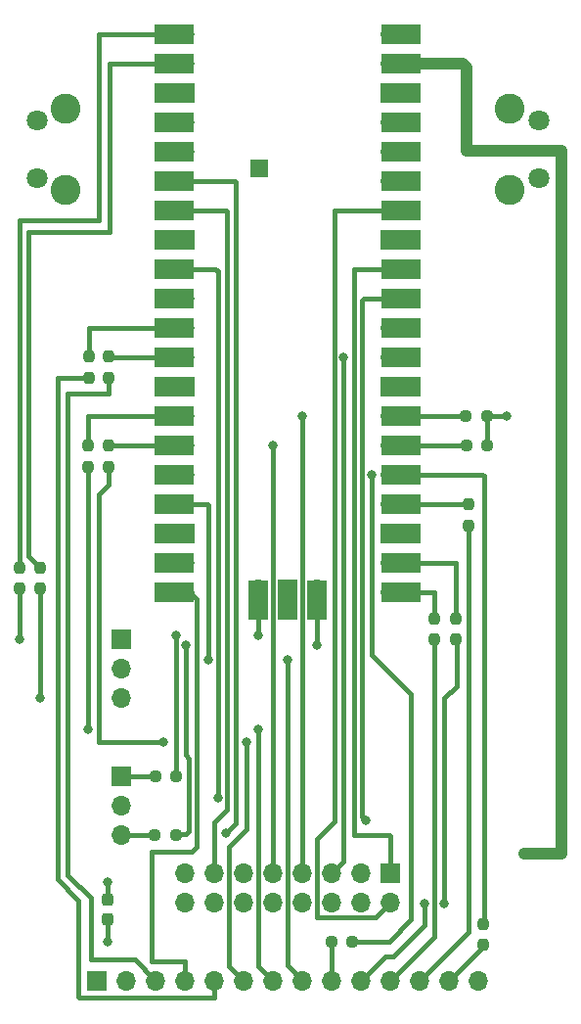
<source format=gbr>
%TF.GenerationSoftware,KiCad,Pcbnew,7.0.1*%
%TF.CreationDate,2023-04-12T13:42:12+09:00*%
%TF.ProjectId,KiCad,4b694361-642e-46b6-9963-61645f706362,rev?*%
%TF.SameCoordinates,PX7270e00PY8b3c880*%
%TF.FileFunction,Copper,L1,Top*%
%TF.FilePolarity,Positive*%
%FSLAX46Y46*%
G04 Gerber Fmt 4.6, Leading zero omitted, Abs format (unit mm)*
G04 Created by KiCad (PCBNEW 7.0.1) date 2023-04-12 13:42:12*
%MOMM*%
%LPD*%
G01*
G04 APERTURE LIST*
G04 Aperture macros list*
%AMRoundRect*
0 Rectangle with rounded corners*
0 $1 Rounding radius*
0 $2 $3 $4 $5 $6 $7 $8 $9 X,Y pos of 4 corners*
0 Add a 4 corners polygon primitive as box body*
4,1,4,$2,$3,$4,$5,$6,$7,$8,$9,$2,$3,0*
0 Add four circle primitives for the rounded corners*
1,1,$1+$1,$2,$3*
1,1,$1+$1,$4,$5*
1,1,$1+$1,$6,$7*
1,1,$1+$1,$8,$9*
0 Add four rect primitives between the rounded corners*
20,1,$1+$1,$2,$3,$4,$5,0*
20,1,$1+$1,$4,$5,$6,$7,0*
20,1,$1+$1,$6,$7,$8,$9,0*
20,1,$1+$1,$8,$9,$2,$3,0*%
G04 Aperture macros list end*
%TA.AperFunction,SMDPad,CuDef*%
%ADD10RoundRect,0.237500X0.237500X-0.300000X0.237500X0.300000X-0.237500X0.300000X-0.237500X-0.300000X0*%
%TD*%
%TA.AperFunction,ComponentPad*%
%ADD11O,1.700000X1.700000*%
%TD*%
%TA.AperFunction,SMDPad,CuDef*%
%ADD12R,3.500000X1.700000*%
%TD*%
%TA.AperFunction,ComponentPad*%
%ADD13R,1.700000X1.700000*%
%TD*%
%TA.AperFunction,SMDPad,CuDef*%
%ADD14R,1.700000X3.500000*%
%TD*%
%TA.AperFunction,ComponentPad*%
%ADD15R,1.500000X1.500000*%
%TD*%
%TA.AperFunction,SMDPad,CuDef*%
%ADD16RoundRect,0.237500X-0.237500X0.250000X-0.237500X-0.250000X0.237500X-0.250000X0.237500X0.250000X0*%
%TD*%
%TA.AperFunction,SMDPad,CuDef*%
%ADD17RoundRect,0.237500X0.250000X0.237500X-0.250000X0.237500X-0.250000X-0.237500X0.250000X-0.237500X0*%
%TD*%
%TA.AperFunction,SMDPad,CuDef*%
%ADD18RoundRect,0.237500X0.237500X-0.250000X0.237500X0.250000X-0.237500X0.250000X-0.237500X-0.250000X0*%
%TD*%
%TA.AperFunction,ComponentPad*%
%ADD19C,1.800000*%
%TD*%
%TA.AperFunction,ComponentPad*%
%ADD20C,2.600000*%
%TD*%
%TA.AperFunction,SMDPad,CuDef*%
%ADD21RoundRect,0.237500X-0.250000X-0.237500X0.250000X-0.237500X0.250000X0.237500X-0.250000X0.237500X0*%
%TD*%
%TA.AperFunction,ViaPad*%
%ADD22C,0.800000*%
%TD*%
%TA.AperFunction,Conductor*%
%ADD23C,0.400000*%
%TD*%
%TA.AperFunction,Conductor*%
%ADD24C,1.000000*%
%TD*%
G04 APERTURE END LIST*
D10*
%TO.P,C1,2*%
%TO.N,GND*%
X9425000Y9025000D03*
%TO.P,C1,1*%
%TO.N,/3V3*%
X9425000Y7300000D03*
%TD*%
D11*
%TO.P,U1,1,GPIO0*%
%TO.N,/GP0*%
X16110000Y83880000D03*
D12*
X15210000Y83880000D03*
D11*
%TO.P,U1,2,GPIO1*%
%TO.N,/GP1*%
X16110000Y81340000D03*
D12*
X15210000Y81340000D03*
D13*
%TO.P,U1,3,GND*%
%TO.N,GND*%
X16110000Y78800000D03*
D12*
X15210000Y78800000D03*
D11*
%TO.P,U1,4,GPIO2*%
%TO.N,/GP2*%
X16110000Y76260000D03*
D12*
X15210000Y76260000D03*
D11*
%TO.P,U1,5,GPIO3*%
%TO.N,/GP3*%
X16110000Y73720000D03*
D12*
X15210000Y73720000D03*
D11*
%TO.P,U1,6,GPIO4*%
%TO.N,/GP4*%
X16110000Y71180000D03*
D12*
X15210000Y71180000D03*
D11*
%TO.P,U1,7,GPIO5*%
%TO.N,/GP5*%
X16110000Y68640000D03*
D12*
X15210000Y68640000D03*
D13*
%TO.P,U1,8,GND*%
%TO.N,GND*%
X16110000Y66100000D03*
D12*
X15210000Y66100000D03*
D11*
%TO.P,U1,9,GPIO6*%
%TO.N,/GP6*%
X16110000Y63560000D03*
D12*
X15210000Y63560000D03*
D11*
%TO.P,U1,10,GPIO7*%
%TO.N,/GP7*%
X16110000Y61020000D03*
D12*
X15210000Y61020000D03*
D11*
%TO.P,U1,11,GPIO8*%
%TO.N,/GP8*%
X16110000Y58480000D03*
D12*
X15210000Y58480000D03*
D11*
%TO.P,U1,12,GPIO9*%
%TO.N,/GP9*%
X16110000Y55940000D03*
D12*
X15210000Y55940000D03*
D13*
%TO.P,U1,13,GND*%
%TO.N,GND*%
X16110000Y53400000D03*
D12*
X15210000Y53400000D03*
D11*
%TO.P,U1,14,GPIO10*%
%TO.N,/GP10*%
X16110000Y50860000D03*
D12*
X15210000Y50860000D03*
D11*
%TO.P,U1,15,GPIO11*%
%TO.N,/GP11*%
X16110000Y48320000D03*
D12*
X15210000Y48320000D03*
D11*
%TO.P,U1,16,GPIO12*%
%TO.N,/GP12*%
X16110000Y45780000D03*
D12*
X15210000Y45780000D03*
D11*
%TO.P,U1,17,GPIO13*%
%TO.N,/GP13*%
X16110000Y43240000D03*
D12*
X15210000Y43240000D03*
D13*
%TO.P,U1,18,GND*%
%TO.N,GND*%
X16110000Y40700000D03*
D12*
X15210000Y40700000D03*
D11*
%TO.P,U1,19,GPIO14*%
%TO.N,/GP14*%
X16110000Y38160000D03*
D12*
X15210000Y38160000D03*
D11*
%TO.P,U1,20,GPIO15*%
%TO.N,/GP15*%
X16110000Y35620000D03*
D12*
X15210000Y35620000D03*
D11*
%TO.P,U1,21,GPIO16*%
%TO.N,/GP16*%
X33890000Y35620000D03*
D12*
X34790000Y35620000D03*
D11*
%TO.P,U1,22,GPIO17*%
%TO.N,/GP17*%
X33890000Y38160000D03*
D12*
X34790000Y38160000D03*
D13*
%TO.P,U1,23,GND*%
%TO.N,GND*%
X33890000Y40700000D03*
D12*
X34790000Y40700000D03*
D11*
%TO.P,U1,24,GPIO18*%
%TO.N,/GP18*%
X33890000Y43240000D03*
D12*
X34790000Y43240000D03*
D11*
%TO.P,U1,25,GPIO19*%
%TO.N,/GP19*%
X33890000Y45780000D03*
D12*
X34790000Y45780000D03*
D11*
%TO.P,U1,26,GPIO20*%
%TO.N,/GP20*%
X33890000Y48320000D03*
D12*
X34790000Y48320000D03*
D11*
%TO.P,U1,27,GPIO21*%
%TO.N,/GP21*%
X33890000Y50860000D03*
D12*
X34790000Y50860000D03*
D13*
%TO.P,U1,28,GND*%
%TO.N,GND*%
X33890000Y53400000D03*
D12*
X34790000Y53400000D03*
D11*
%TO.P,U1,29,GPIO22*%
%TO.N,/GP22*%
X33890000Y55940000D03*
D12*
X34790000Y55940000D03*
D11*
%TO.P,U1,30,RUN*%
%TO.N,/RUN*%
X33890000Y58480000D03*
D12*
X34790000Y58480000D03*
D11*
%TO.P,U1,31,GPIO26_ADC0*%
%TO.N,/GP26*%
X33890000Y61020000D03*
D12*
X34790000Y61020000D03*
D11*
%TO.P,U1,32,GPIO27_ADC1*%
%TO.N,/GP27*%
X33890000Y63560000D03*
D12*
X34790000Y63560000D03*
D13*
%TO.P,U1,33,AGND*%
%TO.N,GND*%
X33890000Y66100000D03*
D12*
X34790000Y66100000D03*
D11*
%TO.P,U1,34,GPIO28_ADC2*%
%TO.N,/GP28*%
X33890000Y68640000D03*
D12*
X34790000Y68640000D03*
D11*
%TO.P,U1,35,ADC_VREF*%
%TO.N,/ADC_VREF*%
X33890000Y71180000D03*
D12*
X34790000Y71180000D03*
D11*
%TO.P,U1,36,3V3*%
%TO.N,/3V3*%
X33890000Y73720000D03*
D12*
X34790000Y73720000D03*
D11*
%TO.P,U1,37,3V3_EN*%
%TO.N,/3V3_EN*%
X33890000Y76260000D03*
D12*
X34790000Y76260000D03*
D13*
%TO.P,U1,38,GND*%
%TO.N,GND*%
X33890000Y78800000D03*
D12*
X34790000Y78800000D03*
D11*
%TO.P,U1,39,VSYS*%
%TO.N,/VSYS*%
X33890000Y81340000D03*
D12*
X34790000Y81340000D03*
D11*
%TO.P,U1,40,VBUS*%
%TO.N,/VBUS*%
X33890000Y83880000D03*
D12*
X34790000Y83880000D03*
D11*
%TO.P,U1,41,SWCLK*%
%TO.N,Net-(U1-SWCLK)*%
X22460000Y35850000D03*
D14*
X22460000Y34950000D03*
D13*
%TO.P,U1,42,GND*%
%TO.N,GND*%
X25000000Y35850000D03*
D14*
X25000000Y34950000D03*
D11*
%TO.P,U1,43,SWDIO*%
%TO.N,Net-(U1-SWDIO)*%
X27540000Y35850000D03*
D14*
X27540000Y34950000D03*
D15*
%TO.P,U1,44,TP6*%
%TO.N,Net-(U1-TP6)*%
X22500000Y72250000D03*
%TD*%
D16*
%TO.P,R15,1*%
%TO.N,/GP19*%
X41900000Y6942500D03*
%TO.P,R15,2*%
%TO.N,Net-(LCD1-T_DO)*%
X41900000Y5117500D03*
%TD*%
%TO.P,R14,1*%
%TO.N,/GP18*%
X40650000Y43225000D03*
%TO.P,R14,2*%
%TO.N,Net-(LCD1-T_DIN)*%
X40650000Y41400000D03*
%TD*%
%TO.P,R13,1*%
%TO.N,/GP16*%
X37725000Y33350000D03*
%TO.P,R13,2*%
%TO.N,Net-(LCD1-T_CS)*%
X37725000Y31525000D03*
%TD*%
%TO.P,R12,1*%
%TO.N,/GP17*%
X39575000Y33350000D03*
%TO.P,R12,2*%
%TO.N,Net-(LCD1-T_CLK)*%
X39575000Y31525000D03*
%TD*%
D17*
%TO.P,R11,1*%
%TO.N,/GP12*%
X30600000Y5400000D03*
%TO.P,R11,2*%
%TO.N,Net-(LCD1-MISO)*%
X28775000Y5400000D03*
%TD*%
D16*
%TO.P,R10,1*%
%TO.N,/GP10*%
X7750000Y48300000D03*
%TO.P,R10,2*%
%TO.N,Net-(LCD1-SCK)*%
X7750000Y46475000D03*
%TD*%
%TO.P,R9,1*%
%TO.N,/GP11*%
X9485000Y48300000D03*
%TO.P,R9,2*%
%TO.N,Net-(LCD1-MOSI)*%
X9485000Y46475000D03*
%TD*%
%TO.P,R8,1*%
%TO.N,/GP8*%
X7775000Y55975000D03*
%TO.P,R8,2*%
%TO.N,Net-(LCD1-DC{slash}RS)*%
X7775000Y54150000D03*
%TD*%
%TO.P,R7,1*%
%TO.N,/GP9*%
X9525000Y55975000D03*
%TO.P,R7,2*%
%TO.N,Net-(LCD1-~{CS})*%
X9525000Y54150000D03*
%TD*%
D17*
%TO.P,R2,2*%
%TO.N,/GP21*%
X40420000Y50850000D03*
%TO.P,R2,1*%
%TO.N,/3V3*%
X42245000Y50850000D03*
%TD*%
%TO.P,R1,1*%
%TO.N,/3V3*%
X42285000Y48310000D03*
%TO.P,R1,2*%
%TO.N,/GP20*%
X40460000Y48310000D03*
%TD*%
D18*
%TO.P,R4,1*%
%TO.N,/UART0_RX*%
X3575000Y35900000D03*
%TO.P,R4,2*%
%TO.N,/GP1*%
X3575000Y37725000D03*
%TD*%
D19*
%TO.P,SW1,1,1*%
%TO.N,/RUN*%
X46750000Y71400000D03*
%TO.P,SW1,2,2*%
%TO.N,GND*%
X46750000Y76400000D03*
D20*
%TO.P,SW1,3,3*%
X44250000Y77400000D03*
%TO.P,SW1,4,4*%
X44250000Y70400000D03*
%TD*%
D21*
%TO.P,R6,1*%
%TO.N,/SWDIO*%
X13510000Y14640000D03*
%TO.P,R6,2*%
%TO.N,Net-(U1-SWDIO)*%
X15335000Y14640000D03*
%TD*%
D19*
%TO.P,SW2,1,1*%
%TO.N,Net-(U1-TP6)*%
X3300000Y76400000D03*
%TO.P,SW2,2,2*%
%TO.N,GND*%
X3300000Y71400000D03*
D20*
%TO.P,SW2,3,3*%
X5800000Y70400000D03*
%TO.P,SW2,4,4*%
X5800000Y77400000D03*
%TD*%
D13*
%TO.P,LCD1,1,VCC*%
%TO.N,/3V3*%
X8490000Y2000000D03*
D11*
%TO.P,LCD1,2,GND*%
%TO.N,GND*%
X11030000Y2000000D03*
%TO.P,LCD1,3,~{CS}*%
%TO.N,Net-(LCD1-~{CS})*%
X13570000Y2000000D03*
%TO.P,LCD1,4,~{RESET}*%
%TO.N,/GP15*%
X16110000Y2000000D03*
%TO.P,LCD1,5,DC/RS*%
%TO.N,Net-(LCD1-DC{slash}RS)*%
X18650000Y2000000D03*
%TO.P,LCD1,6,MOSI*%
%TO.N,Net-(LCD1-MOSI)*%
X21190000Y2000000D03*
%TO.P,LCD1,7,SCK*%
%TO.N,Net-(LCD1-SCK)*%
X23730000Y2000000D03*
%TO.P,LCD1,8,LED*%
%TO.N,/GP13*%
X26270000Y2000000D03*
%TO.P,LCD1,9,MISO*%
%TO.N,Net-(LCD1-MISO)*%
X28810000Y2000000D03*
%TO.P,LCD1,10,T_CLK*%
%TO.N,Net-(LCD1-T_CLK)*%
X31350000Y2000000D03*
%TO.P,LCD1,11,T_CS*%
%TO.N,Net-(LCD1-T_CS)*%
X33890000Y2000000D03*
%TO.P,LCD1,12,T_DIN*%
%TO.N,Net-(LCD1-T_DIN)*%
X36430000Y2000000D03*
%TO.P,LCD1,13,T_DO*%
%TO.N,Net-(LCD1-T_DO)*%
X38970000Y2000000D03*
%TO.P,LCD1,14,T-IRQ*%
%TO.N,unconnected-(LCD1-T-IRQ-Pad14)*%
X41510000Y2000000D03*
%TD*%
D13*
%TO.P,J1,1,Pin_1*%
%TO.N,/GP27*%
X33875000Y11275000D03*
D11*
%TO.P,J1,2,Pin_2*%
%TO.N,/GP28*%
X33875000Y8735000D03*
%TO.P,J1,3,Pin_3*%
%TO.N,/GP26*%
X31335000Y11275000D03*
%TO.P,J1,4,Pin_4*%
%TO.N,/VSYS*%
X31335000Y8735000D03*
%TO.P,J1,5,Pin_5*%
%TO.N,/GP22*%
X28795000Y11275000D03*
%TO.P,J1,6,Pin_6*%
%TO.N,/VSYS*%
X28795000Y8735000D03*
%TO.P,J1,7,Pin_7*%
%TO.N,/GP21*%
X26255000Y11275000D03*
%TO.P,J1,8,Pin_8*%
%TO.N,/3V3*%
X26255000Y8735000D03*
%TO.P,J1,9,Pin_9*%
%TO.N,/GP20*%
X23715000Y11275000D03*
%TO.P,J1,10,Pin_10*%
%TO.N,/3V3*%
X23715000Y8735000D03*
%TO.P,J1,11,Pin_11*%
%TO.N,/GP6*%
X21175000Y11275000D03*
%TO.P,J1,12,Pin_12*%
%TO.N,GND*%
X21175000Y8735000D03*
%TO.P,J1,13,Pin_13*%
%TO.N,/GP5*%
X18635000Y11275000D03*
%TO.P,J1,14,Pin_14*%
%TO.N,GND*%
X18635000Y8735000D03*
%TO.P,J1,15,Pin_15*%
%TO.N,/GP4*%
X16095000Y11275000D03*
%TO.P,J1,16,Pin_16*%
%TO.N,GND*%
X16095000Y8735000D03*
%TD*%
D18*
%TO.P,R3,1*%
%TO.N,/UART0_TX*%
X1775000Y35900000D03*
%TO.P,R3,2*%
%TO.N,/GP0*%
X1775000Y37725000D03*
%TD*%
D21*
%TO.P,R5,2*%
%TO.N,Net-(U1-SWCLK)*%
X15375000Y19720000D03*
%TO.P,R5,1*%
%TO.N,/SWCLK*%
X13550000Y19720000D03*
%TD*%
D13*
%TO.P,J2,1,Pin_1*%
%TO.N,/SWCLK*%
X10600000Y19725000D03*
D11*
%TO.P,J2,2,Pin_2*%
%TO.N,GND*%
X10600000Y17185000D03*
%TO.P,J2,3,Pin_3*%
%TO.N,/SWDIO*%
X10600000Y14645000D03*
%TD*%
%TO.P,J3,3,Pin_3*%
%TO.N,/UART0_RX*%
X10600000Y26445000D03*
%TO.P,J3,2,Pin_2*%
%TO.N,GND*%
X10600000Y28985000D03*
D13*
%TO.P,J3,1,Pin_1*%
%TO.N,/UART0_TX*%
X10600000Y31525000D03*
%TD*%
D22*
%TO.N,/GP4*%
X19650000Y14800000D03*
%TO.N,Net-(LCD1-MOSI)*%
X21475000Y22625000D03*
%TO.N,Net-(LCD1-SCK)*%
X22475000Y23750000D03*
%TO.N,Net-(LCD1-T_CLK)*%
X38575000Y8650000D03*
X36875000Y8650000D03*
%TO.N,/GP26*%
X31800000Y15850000D03*
%TO.N,Net-(LCD1-MOSI)*%
X14250000Y22650000D03*
%TO.N,/GP21*%
X26250000Y50850000D03*
%TO.N,/GP20*%
X23725000Y48325000D03*
%TO.N,/GP22*%
X29850000Y55925000D03*
%TO.N,/GP6*%
X18950000Y17800000D03*
%TO.N,/UART0_RX*%
X3600000Y26450000D03*
%TO.N,/UART0_TX*%
X1775000Y31525000D03*
%TO.N,GND*%
X9425000Y10575000D03*
%TO.N,/3V3*%
X9425000Y5400000D03*
%TO.N,Net-(LCD1-SCK)*%
X7750000Y23750000D03*
%TO.N,/GP12*%
X32250000Y45750000D03*
%TO.N,/GP13*%
X18125000Y29775000D03*
X25000000Y29800000D03*
%TO.N,Net-(U1-SWDIO)*%
X16200000Y31025000D03*
X27525000Y31025000D03*
%TO.N,Net-(U1-SWCLK)*%
X22450000Y31900000D03*
X15375000Y31900000D03*
%TO.N,/VSYS*%
X46050000Y13025000D03*
%TO.N,/3V3*%
X44000000Y50875000D03*
%TO.N,/VSYS*%
X47150000Y13000000D03*
%TD*%
D23*
%TO.N,/GP0*%
X8650000Y83880000D02*
X16110000Y83880000D01*
X8625000Y83855000D02*
X8650000Y83880000D01*
X8625000Y67800000D02*
X8625000Y83855000D01*
X8575000Y67750000D02*
X8625000Y67800000D01*
X1775000Y67750000D02*
X8575000Y67750000D01*
X1775000Y37725000D02*
X1775000Y67750000D01*
%TO.N,/GP1*%
X9550000Y81340000D02*
X16110000Y81340000D01*
X9550000Y66800000D02*
X9550000Y81340000D01*
X2550000Y38750000D02*
X2550000Y66775000D01*
X2550000Y66775000D02*
X9525000Y66775000D01*
X3575000Y37725000D02*
X2550000Y38750000D01*
X9525000Y66775000D02*
X9550000Y66800000D01*
%TO.N,/GP5*%
X18762500Y15812500D02*
X19750000Y16800000D01*
X18635000Y15685000D02*
X18762500Y15812500D01*
X18635000Y11275000D02*
X18635000Y15685000D01*
X19750000Y16800000D02*
X19750000Y68550000D01*
X19660000Y68640000D02*
X16110000Y68640000D01*
X19750000Y68550000D02*
X19660000Y68640000D01*
%TO.N,/GP4*%
X19654084Y14804084D02*
X19650000Y14800000D01*
%TO.N,Net-(LCD1-MOSI)*%
X21475000Y15125000D02*
X21475000Y22625000D01*
X19925000Y13575000D02*
X21475000Y15125000D01*
%TO.N,Net-(LCD1-SCK)*%
X22465000Y23740000D02*
X22475000Y23750000D01*
X23730000Y2000000D02*
X22465000Y3265000D01*
X22465000Y3265000D02*
X22465000Y23740000D01*
%TO.N,Net-(LCD1-MOSI)*%
X19925000Y3265000D02*
X19925000Y13575000D01*
X21190000Y2000000D02*
X19925000Y3265000D01*
%TO.N,/GP19*%
X41975000Y45675000D02*
X41870000Y45780000D01*
X41870000Y45780000D02*
X33890000Y45780000D01*
X41974501Y45674501D02*
X41975000Y45675000D01*
X41974501Y7017001D02*
X41974501Y45674501D01*
X41900000Y6942500D02*
X41974501Y7017001D01*
%TO.N,Net-(LCD1-T_DIN)*%
X40625000Y6195000D02*
X40625000Y41375000D01*
X36430000Y2000000D02*
X40625000Y6195000D01*
%TO.N,/GP26*%
X31450000Y16200000D02*
X31800000Y15850000D01*
X31595000Y61020000D02*
X31450000Y60875000D01*
X33890000Y61020000D02*
X31595000Y61020000D01*
X31450000Y60875000D02*
X31450000Y16200000D01*
%TO.N,/GP27*%
X33875000Y14525000D02*
X33875000Y11275000D01*
X30723501Y63498501D02*
X30723501Y14576499D01*
X30785000Y63560000D02*
X30723501Y63498501D01*
X30723501Y14576499D02*
X33823501Y14576499D01*
X33890000Y63560000D02*
X30785000Y63560000D01*
X33823501Y14576499D02*
X33875000Y14525000D01*
%TO.N,/GP6*%
X18950000Y63375000D02*
X18950000Y17800000D01*
X18765000Y63560000D02*
X18950000Y63375000D01*
X16110000Y63560000D02*
X18765000Y63560000D01*
%TO.N,/GP4*%
X20420000Y71180000D02*
X16110000Y71180000D01*
X20500000Y15650000D02*
X20500000Y71100000D01*
X19654084Y14804084D02*
X20500000Y15650000D01*
X20500000Y71100000D02*
X20420000Y71180000D01*
%TO.N,Net-(LCD1-T_CLK)*%
X33425000Y4075000D02*
X31350000Y2000000D01*
X36875000Y6800000D02*
X34150000Y4075000D01*
X36875000Y8650000D02*
X36875000Y6800000D01*
X38575000Y26450000D02*
X38575000Y8650000D01*
X34150000Y4075000D02*
X33425000Y4075000D01*
X39600000Y27475000D02*
X38575000Y26450000D01*
X39600000Y29125000D02*
X39600000Y27475000D01*
%TO.N,Net-(LCD1-T_DO)*%
X41900000Y4930000D02*
X41900000Y5117500D01*
X38970000Y2000000D02*
X41900000Y4930000D01*
%TO.N,Net-(LCD1-T_CLK)*%
X39600000Y31500000D02*
X39575000Y31525000D01*
X39600000Y29125000D02*
X39600000Y31500000D01*
%TO.N,/GP28*%
X27575000Y7475000D02*
X32615000Y7475000D01*
X32615000Y7475000D02*
X33875000Y8735000D01*
X27545000Y7505000D02*
X27575000Y7475000D01*
X27545000Y14245000D02*
X27545000Y7505000D01*
X29050000Y15750000D02*
X27545000Y14245000D01*
X29050000Y68650000D02*
X29050000Y15750000D01*
X29060000Y68640000D02*
X29050000Y68650000D01*
X33890000Y68640000D02*
X29060000Y68640000D01*
%TO.N,Net-(LCD1-T_CS)*%
X37725000Y5835000D02*
X37725000Y31525000D01*
X33890000Y2000000D02*
X37725000Y5835000D01*
%TO.N,/GP12*%
X30600000Y5400000D02*
X33800000Y5400000D01*
X33800000Y5400000D02*
X35700000Y7300000D01*
X35700000Y7300000D02*
X35700000Y9950000D01*
X32250000Y30225000D02*
X32250000Y45750000D01*
X35700000Y26775000D02*
X32250000Y30225000D01*
X35700000Y9950000D02*
X35700000Y26775000D01*
%TO.N,Net-(LCD1-MOSI)*%
X8650000Y22650000D02*
X14250000Y22650000D01*
%TO.N,/GP21*%
X26255000Y50845000D02*
X26250000Y50850000D01*
X26255000Y45674336D02*
X26255000Y50845000D01*
%TO.N,/GP20*%
X23715000Y48315000D02*
X23725000Y48325000D01*
X23715000Y44614001D02*
X23715000Y48315000D01*
%TO.N,/GP22*%
X29850000Y55599500D02*
X29850000Y55925000D01*
X29850000Y12330000D02*
X29850000Y55599500D01*
X28795000Y11275000D02*
X29850000Y12330000D01*
%TO.N,/GP13*%
X18125000Y43175000D02*
X18125000Y29775000D01*
X18060000Y43240000D02*
X18125000Y43175000D01*
X16110000Y43240000D02*
X18060000Y43240000D01*
%TO.N,/UART0_RX*%
X3600000Y26450000D02*
X3600000Y35875000D01*
X3600000Y35875000D02*
X3575000Y35900000D01*
%TO.N,/UART0_TX*%
X1775000Y31525000D02*
X1775000Y35900000D01*
%TO.N,GND*%
X9425000Y9025000D02*
X9425000Y10575000D01*
%TO.N,/3V3*%
X9425000Y7300000D02*
X9425000Y5400000D01*
%TO.N,/GP21*%
X26255000Y11275000D02*
X26255000Y45674336D01*
%TO.N,/GP20*%
X23715000Y11275000D02*
X23715000Y44614001D01*
%TO.N,Net-(LCD1-MOSI)*%
X8650000Y44075000D02*
X8650000Y22650000D01*
X9485000Y44910000D02*
X8650000Y44075000D01*
X9485000Y46475000D02*
X9485000Y44910000D01*
%TO.N,Net-(LCD1-SCK)*%
X7750000Y38375706D02*
X7750000Y23750000D01*
%TO.N,Net-(LCD1-MISO)*%
X28810000Y2000000D02*
X28810000Y5365000D01*
%TO.N,/GP15*%
X16110000Y35620000D02*
X16505000Y35620000D01*
X16505000Y35620000D02*
X17150000Y34975000D01*
X17150000Y13600000D02*
X17150000Y34975000D01*
X13250000Y3725000D02*
X13250000Y13175000D01*
X16100000Y3475000D02*
X16100000Y3725000D01*
X16100000Y3725000D02*
X13250000Y3725000D01*
X13250000Y13175000D02*
X16725000Y13175000D01*
X16110000Y3465000D02*
X16100000Y3475000D01*
X16725000Y13175000D02*
X17150000Y13600000D01*
X16110000Y2000000D02*
X16110000Y3465000D01*
%TO.N,Net-(U1-SWDIO)*%
X15345000Y14650000D02*
X15335000Y14640000D01*
X16475000Y14925000D02*
X16200000Y14650000D01*
X16200000Y14650000D02*
X15345000Y14650000D01*
X16200000Y21525000D02*
X16475000Y21250000D01*
X16475000Y21250000D02*
X16475000Y14925000D01*
X16200000Y31025000D02*
X16200000Y21525000D01*
%TO.N,/GP13*%
X25000000Y14500000D02*
X25000000Y29800000D01*
X24965000Y3305000D02*
X24965000Y14465000D01*
X24965000Y14465000D02*
X25000000Y14500000D01*
X26270000Y2000000D02*
X24965000Y3305000D01*
%TO.N,Net-(U1-SWDIO)*%
X27540000Y31040000D02*
X27525000Y31025000D01*
X27540000Y35850000D02*
X27540000Y31040000D01*
%TO.N,Net-(U1-SWCLK)*%
X15375000Y31900000D02*
X15375000Y19720000D01*
X22460000Y31910000D02*
X22450000Y31900000D01*
X22460000Y35850000D02*
X22460000Y31910000D01*
%TO.N,Net-(LCD1-~{CS})*%
X11745000Y3825000D02*
X13570000Y2000000D01*
X7950000Y3825000D02*
X11745000Y3825000D01*
X7950000Y9150000D02*
X7950000Y3825000D01*
X5925000Y52750000D02*
X5925000Y11175000D01*
X9525000Y52750000D02*
X5925000Y52750000D01*
X9525000Y54150000D02*
X9525000Y52750000D01*
X5925000Y11175000D02*
X7950000Y9150000D01*
%TO.N,Net-(LCD1-DC{slash}RS)*%
X18650000Y600000D02*
X18650000Y2000000D01*
X6900000Y8950000D02*
X6900000Y650000D01*
X5075000Y10775000D02*
X6900000Y8950000D01*
X6900000Y650000D02*
X6975000Y575000D01*
X6975000Y575000D02*
X18625000Y575000D01*
X5075000Y54150000D02*
X5075000Y10775000D01*
X7775000Y54150000D02*
X5075000Y54150000D01*
X18625000Y575000D02*
X18650000Y600000D01*
D24*
%TO.N,/VSYS*%
X46600000Y13000000D02*
X48700000Y13000000D01*
X40160000Y81340000D02*
X33890000Y81340000D01*
X40500000Y81000000D02*
X40160000Y81340000D01*
X46600000Y13000000D02*
X45500000Y13000000D01*
X40500000Y73800000D02*
X40500000Y81000000D01*
X48700000Y73800000D02*
X40500000Y73800000D01*
X48700000Y13000000D02*
X48700000Y73800000D01*
D23*
%TO.N,Net-(LCD1-SCK)*%
X7750000Y46475000D02*
X7750000Y38375706D01*
%TO.N,/3V3*%
X43975000Y50850000D02*
X44000000Y50875000D01*
X42245000Y50850000D02*
X43975000Y50850000D01*
X42245000Y48350000D02*
X42285000Y48310000D01*
X42245000Y50850000D02*
X42245000Y48350000D01*
%TO.N,/SWDIO*%
X10605000Y14640000D02*
X10600000Y14645000D01*
X13510000Y14640000D02*
X10605000Y14640000D01*
%TO.N,/SWCLK*%
X13550000Y19720000D02*
X10605000Y19720000D01*
X10605000Y19720000D02*
X10600000Y19725000D01*
%TO.N,/GP8*%
X7775000Y58450000D02*
X7775000Y55975000D01*
X7805000Y58480000D02*
X7775000Y58450000D01*
X16110000Y58480000D02*
X7805000Y58480000D01*
%TO.N,/GP9*%
X9560000Y55940000D02*
X9525000Y55975000D01*
X16110000Y55940000D02*
X9560000Y55940000D01*
%TO.N,/GP10*%
X7785000Y50860000D02*
X7750000Y50825000D01*
X7750000Y50825000D02*
X7750000Y48300000D01*
X16110000Y50860000D02*
X7785000Y50860000D01*
%TO.N,/GP11*%
X16110000Y48320000D02*
X9505000Y48320000D01*
X9505000Y48320000D02*
X9485000Y48300000D01*
%TO.N,/GP17*%
X39575000Y38100000D02*
X39515000Y38160000D01*
X39515000Y38160000D02*
X33890000Y38160000D01*
X39575000Y33350000D02*
X39575000Y38100000D01*
%TO.N,/GP16*%
X37680000Y35620000D02*
X33890000Y35620000D01*
X37725000Y35575000D02*
X37680000Y35620000D01*
X37725000Y33350000D02*
X37725000Y35575000D01*
%TO.N,/GP18*%
X40635000Y43240000D02*
X40650000Y43225000D01*
X33890000Y43240000D02*
X40635000Y43240000D01*
%TO.N,/GP20*%
X40450000Y48320000D02*
X40460000Y48310000D01*
X33890000Y48320000D02*
X40450000Y48320000D01*
%TO.N,/GP21*%
X40410000Y50860000D02*
X40420000Y50850000D01*
X33890000Y50860000D02*
X40410000Y50860000D01*
%TO.N,Net-(LCD1-T_DO)*%
X41882500Y5100000D02*
X41900000Y5117500D01*
%TD*%
M02*

</source>
